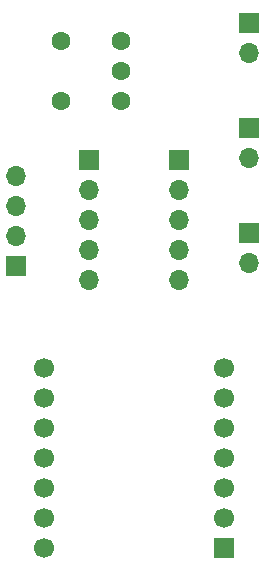
<source format=gbr>
%TF.GenerationSoftware,KiCad,Pcbnew,7.0.9*%
%TF.CreationDate,2025-03-23T18:33:54-04:00*%
%TF.ProjectId,Compact_Control,436f6d70-6163-4745-9f43-6f6e74726f6c,rev?*%
%TF.SameCoordinates,Original*%
%TF.FileFunction,Soldermask,Bot*%
%TF.FilePolarity,Negative*%
%FSLAX46Y46*%
G04 Gerber Fmt 4.6, Leading zero omitted, Abs format (unit mm)*
G04 Created by KiCad (PCBNEW 7.0.9) date 2025-03-23 18:33:54*
%MOMM*%
%LPD*%
G01*
G04 APERTURE LIST*
%ADD10C,1.600200*%
%ADD11R,1.700000X1.700000*%
%ADD12C,1.700000*%
%ADD13O,1.700000X1.700000*%
G04 APERTURE END LIST*
D10*
%TO.C,U3*%
X11398250Y-13970000D03*
X11398250Y-11430000D03*
X11398250Y-8890000D03*
X6350000Y-8890000D03*
X6350000Y-13970000D03*
%TD*%
D11*
%TO.C,U1*%
X20117738Y-51846960D03*
D12*
X20117738Y-49306960D03*
X20117738Y-46766960D03*
X20117738Y-44226960D03*
X20117738Y-41686960D03*
X20117738Y-39146960D03*
X20117738Y-36606960D03*
X4867738Y-36606960D03*
X4867738Y-39146960D03*
X4867738Y-41686960D03*
X4867738Y-44226960D03*
X4867738Y-46766960D03*
X4867738Y-49306960D03*
X4867738Y-51846960D03*
%TD*%
D11*
%TO.C,J4*%
X2540000Y-27940000D03*
D13*
X2540000Y-25400000D03*
X2540000Y-22860000D03*
X2540000Y-20320000D03*
%TD*%
D11*
%TO.C,J3*%
X22225000Y-25176960D03*
D13*
X22225000Y-27716960D03*
%TD*%
D11*
%TO.C,J1*%
X22225000Y-7396960D03*
D13*
X22225000Y-9936960D03*
%TD*%
D11*
%TO.C,U2*%
X8677738Y-18926960D03*
D13*
X8677738Y-21466960D03*
X8677738Y-24006960D03*
X8677738Y-26546960D03*
X8677738Y-29086960D03*
D11*
X16297738Y-18926960D03*
D13*
X16297738Y-21466960D03*
X16297738Y-24006960D03*
X16297738Y-26546960D03*
X16297738Y-29086960D03*
%TD*%
D11*
%TO.C,J2*%
X22225000Y-16286960D03*
D13*
X22225000Y-18826960D03*
%TD*%
M02*

</source>
